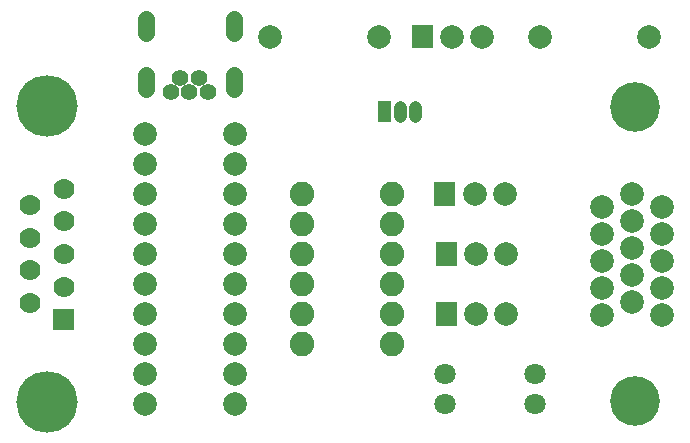
<source format=gbs>
G04 Layer: BottomSolderMaskLayer*
G04 EasyEDA v6.4.7, 2020-10-15T22:52:29+02:00*
G04 2786f9b4839048089c5c5578f9f1eb2f,6cad3e709bf64c02bac7d46d3581b9cb,10*
G04 Gerber Generator version 0.2*
G04 Scale: 100 percent, Rotated: No, Reflected: No *
G04 Dimensions in millimeters *
G04 leading zeros omitted , absolute positions ,3 integer and 3 decimal *
%FSLAX33Y33*%
%MOMM*%
G90*
D02*

%ADD30C,1.103198*%
%ADD31C,1.403198*%
%ADD33C,2.003196*%
%ADD35C,2.082800*%
%ADD36C,1.803197*%
%ADD37C,1.778000*%
%ADD38C,5.203190*%
%ADD40C,4.203192*%

%LPD*%
G54D30*
G01X40640Y34004D02*
G01X40640Y33304D01*
G01X39370Y34004D02*
G01X39370Y33304D01*
G54D31*
G01X25310Y40326D02*
G01X25310Y41526D01*
G01X25310Y35575D02*
G01X25310Y36775D01*
G01X17870Y35575D02*
G01X17870Y36775D01*
G01X17870Y40326D02*
G01X17870Y41526D01*
G36*
G01X37548Y32753D02*
G01X37548Y34556D01*
G01X38651Y34556D01*
G01X38651Y32753D01*
G01X37548Y32753D01*
G37*
G54D33*
G01X46355Y40005D03*
G01X43815Y40005D03*
G36*
G01X40386Y39004D02*
G01X40386Y41005D01*
G01X42164Y41005D01*
G01X42164Y39004D01*
G01X40386Y39004D01*
G37*
G01X48260Y26670D03*
G01X45720Y26670D03*
G36*
G01X42291Y25669D02*
G01X42291Y27670D01*
G01X44069Y27670D01*
G01X44069Y25669D01*
G01X42291Y25669D01*
G37*
G01X48387Y21590D03*
G01X45847Y21590D03*
G36*
G01X42418Y20589D02*
G01X42418Y22590D01*
G01X44196Y22590D01*
G01X44196Y20589D01*
G01X42418Y20589D01*
G37*
G01X48387Y16510D03*
G01X45847Y16510D03*
G36*
G01X42418Y15509D02*
G01X42418Y17510D01*
G01X44196Y17510D01*
G01X44196Y15509D01*
G01X42418Y15509D01*
G37*
G01X25400Y31750D03*
G01X25400Y29210D03*
G01X25400Y26670D03*
G01X25400Y24130D03*
G01X25400Y21590D03*
G01X25400Y19050D03*
G01X25400Y16510D03*
G01X25400Y13970D03*
G01X25400Y11430D03*
G01X25400Y8890D03*
G01X17780Y8890D03*
G01X17780Y11430D03*
G01X17780Y13970D03*
G01X17780Y16510D03*
G01X17780Y24130D03*
G01X17780Y26670D03*
G01X17780Y19050D03*
G01X17780Y21590D03*
G01X17780Y29210D03*
G01X17780Y31750D03*
G54D35*
G01X31115Y26670D03*
G01X38735Y26670D03*
G54D31*
G01X19970Y35274D03*
G01X21570Y35274D03*
G01X20770Y36477D03*
G01X22370Y36477D03*
G01X23170Y35274D03*
G54D35*
G01X31115Y21590D03*
G01X38735Y21590D03*
G01X31115Y16510D03*
G01X38735Y16510D03*
G01X31115Y24130D03*
G01X38735Y24130D03*
G01X31115Y19050D03*
G01X38735Y19050D03*
G01X31115Y13970D03*
G01X38735Y13970D03*
G54D36*
G01X43180Y11430D03*
G01X43180Y8890D03*
G01X50800Y8890D03*
G01X50800Y11430D03*
G54D33*
G01X51280Y40005D03*
G01X60479Y40005D03*
G01X37619Y40005D03*
G01X28420Y40005D03*
G54D37*
G01X10945Y21590D03*
G54D38*
G01X9525Y34089D03*
G36*
G01X10055Y15181D02*
G01X10055Y16959D01*
G01X11833Y16959D01*
G01X11833Y15181D01*
G01X10055Y15181D01*
G37*
G54D37*
G01X10945Y18830D03*
G01X10945Y24349D03*
G01X10945Y27109D03*
G01X8104Y17450D03*
G01X8104Y20210D03*
G01X8104Y22969D03*
G01X8104Y25729D03*
G54D38*
G01X9525Y9089D03*
G54D33*
G01X61595Y25567D03*
G01X61595Y23278D03*
G01X61595Y20987D03*
G01X61595Y18696D03*
G01X61595Y16407D03*
G01X59055Y26717D03*
G01X59055Y24426D03*
G01X59055Y22138D03*
G01X59055Y19847D03*
G01X59055Y17548D03*
G01X56515Y25567D03*
G01X56515Y23278D03*
G01X56515Y20987D03*
G01X56515Y18696D03*
G01X56515Y16407D03*
G54D40*
G01X59309Y34062D03*
G01X59309Y9116D03*
M00*
M02*

</source>
